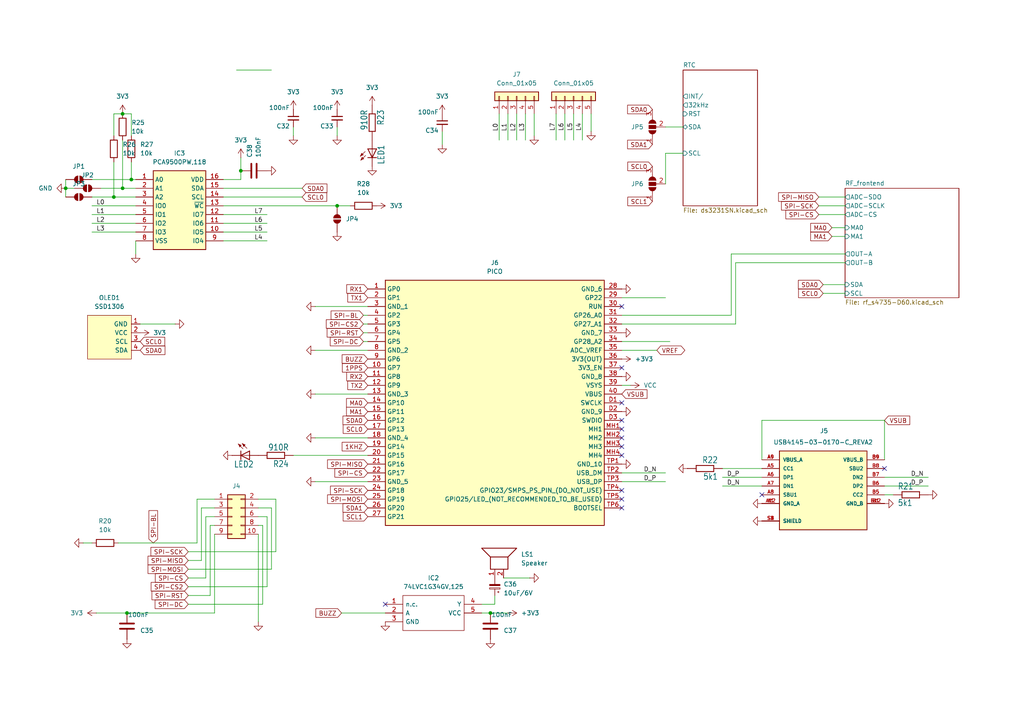
<source format=kicad_sch>
(kicad_sch (version 20231120) (generator "eeschema") (generator_version "8.0")
  (paper "A4")
  (title_block (title "PCSK225 PICO2 SDR  RECEIVER") (date "2025-02-01") (rev "2") (company "KJK INNOVATIONS"))
  (lib_symbols
    (symbol "Connector_Generic:Conn_01x05" (pin_names (offset 1.016) hide)
      (property "Reference" "J" (at 0 7.62 0))
      (property "Value" "Conn_01x05" (at 0 -7.62 0))
      (symbol "Conn_01x05_1_1"
        (pin passive line (at -5.08 5.08 0) (length 3.81) (name "Pin_1") (number "1"))
        (pin passive line (at -5.08 2.54 0) (length 3.81) (name "Pin_2") (number "2"))
        (pin passive line (at -5.08 0 0) (length 3.81) (name "Pin_3") (number "3"))
        (pin passive line (at -5.08 -2.54 0) (length 3.81) (name "Pin_4") (number "4"))
        (pin passive line (at -5.08 -5.08 0) (length 3.81) (name "Pin_5") (number "5"))
      )
    )
    (symbol "Connector_Generic:Conn_02x05_Odd_Even" (pin_names (offset 1.016) hide)
      (property "Reference" "J" (at 1.27 7.62 0))
      (property "Value" "Conn_02x05_Odd_Even" (at 1.27 -7.62 0))
      (symbol "Conn_02x05_Odd_Even_1_1"
        (pin passive line (at -5.08 5.08 0) (length 3.81) (name "Pin_1") (number "1"))
        (pin passive line (at 7.62 -5.08 180) (length 3.81) (name "Pin_10") (number "10"))
        (pin passive line (at 7.62 5.08 180) (length 3.81) (name "Pin_2") (number "2"))
        (pin passive line (at -5.08 2.54 0) (length 3.81) (name "Pin_3") (number "3"))
        (pin passive line (at 7.62 2.54 180) (length 3.81) (name "Pin_4") (number "4"))
        (pin passive line (at -5.08 0 0) (length 3.81) (name "Pin_5") (number "5"))
        (pin passive line (at 7.62 0 180) (length 3.81) (name "Pin_6") (number "6"))
        (pin passive line (at -5.08 -2.54 0) (length 3.81) (name "Pin_7") (number "7"))
        (pin passive line (at 7.62 -2.54 180) (length 3.81) (name "Pin_8") (number "8"))
        (pin passive line (at -5.08 -5.08 0) (length 3.81) (name "Pin_9") (number "9"))
      )
    )
    (symbol "Device:C" (pin_numbers hide) (pin_names (offset 0.254))
      (property "Reference" "C" (at 0.635 2.54 0))
      (property "Value" "C" (at 0.635 -2.54 0))
      (symbol "C_1_1"
        (pin passive line (at 0 3.81 270) (length 2.794) (name "~") (number "1"))
        (pin passive line (at 0 -3.81 90) (length 2.794) (name "~") (number "2"))
      )
    )
    (symbol "Device:C_Polarized_Small" (pin_numbers hide) (pin_names (offset 0.254) hide)
      (property "Reference" "C" (at 0.254 1.778 0))
      (property "Value" "C_Polarized_Small" (at 0.254 -2.032 0))
      (symbol "C_Polarized_Small_1_1"
        (pin passive line (at 0 2.54 270) (length 1.8542) (name "~") (number "1"))
        (pin passive line (at 0 -2.54 90) (length 1.8542) (name "~") (number "2"))
      )
    )
    (symbol "Device:C_Small" (pin_numbers hide) (pin_names (offset 0.254) hide)
      (property "Reference" "C" (at 0.254 1.778 0))
      (property "Value" "C_Small" (at 0.254 -2.032 0))
      (symbol "C_Small_1_1"
        (pin passive line (at 0 2.54 270) (length 2.032) (name "~") (number "1"))
        (pin passive line (at 0 -2.54 90) (length 2.032) (name "~") (number "2"))
      )
    )
    (symbol "Device:R" (pin_numbers hide) (pin_names (offset 0))
      (property "Reference" "R" (at 2.032 0 90))
      (property "Value" "R" (at 0 0 90))
      (symbol "R_1_1"
        (pin passive line (at 0 3.81 270) (length 1.27) (name "~") (number "1"))
        (pin passive line (at 0 -3.81 90) (length 1.27) (name "~") (number "2"))
      )
    )
    (symbol "Device:Speaker" (pin_names (offset 0) hide)
      (property "Reference" "LS" (at 1.27 5.715 0))
      (property "Value" "Speaker" (at 1.27 3.81 0))
      (symbol "Speaker_1_1"
        (pin input line (at -5.08 0 0) (length 2.54) (name "1") (number "1"))
        (pin input line (at -5.08 -2.54 0) (length 2.54) (name "2") (number "2"))
      )
    )
    (symbol "Jumper:SolderJumper_2_Open" (pin_numbers hide) (pin_names (offset 0) hide) (exclude_from_sim yes) (in_bom no)
      (property "Reference" "JP" (at 0 2.032 0))
      (property "Value" "SolderJumper_2_Open" (at 0 -2.54 0))
      (symbol "SolderJumper_2_Open_1_1"
        (pin passive line (at -3.81 0 0) (length 2.54) (name "A") (number "1"))
        (pin passive line (at 3.81 0 180) (length 2.54) (name "B") (number "2"))
      )
    )
    (symbol "Jumper:SolderJumper_3_Open" (pin_names (offset 0) hide) (exclude_from_sim yes) (in_bom no)
      (property "Reference" "JP" (at -2.54 -2.54 0))
      (property "Value" "SolderJumper_3_Open" (at 0 2.794 0))
      (symbol "SolderJumper_3_Open_1_1"
        (pin passive line (at -5.08 0 0) (length 2.54) (name "A") (number "1"))
        (pin passive line (at 0 -3.81 90) (length 2.54) (name "C") (number "2"))
        (pin passive line (at 5.08 0 180) (length 2.54) (name "B") (number "3"))
      )
    )
    (symbol "Samacsys:PCA9500PW,118"
      (property "Reference" "IC" (at 21.59 7.62 0))
      (property "Value" "PCA9500PW,118" (at 21.59 5.08 0))
      (symbol "PCA9500PW,118_1_1"
        (pin passive line (at 0 0 0) (length 5.08) (name "A0") (number "1"))
        (pin passive line (at 25.4 -15.24 180) (length 5.08) (name "IO5") (number "10"))
        (pin passive line (at 25.4 -12.7 180) (length 5.08) (name "IO6") (number "11"))
        (pin passive line (at 25.4 -10.16 180) (length 5.08) (name "IO7") (number "12"))
        (pin passive line (at 25.4 -7.62 180) (length 5.08) (name "~{WC}") (number "13"))
        (pin passive line (at 25.4 -5.08 180) (length 5.08) (name "SCL") (number "14"))
        (pin passive line (at 25.4 -2.54 180) (length 5.08) (name "SDA") (number "15"))
        (pin passive line (at 25.4 0 180) (length 5.08) (name "VDD") (number "16"))
        (pin passive line (at 0 -2.54 0) (length 5.08) (name "A1") (number "2"))
        (pin passive line (at 0 -5.08 0) (length 5.08) (name "A2") (number "3"))
        (pin passive line (at 0 -7.62 0) (length 5.08) (name "IO0") (number "4"))
        (pin passive line (at 0 -10.16 0) (length 5.08) (name "IO1") (number "5"))
        (pin passive line (at 0 -12.7 0) (length 5.08) (name "IO2") (number "6"))
        (pin passive line (at 0 -15.24 0) (length 5.08) (name "IO3") (number "7"))
        (pin passive line (at 0 -17.78 0) (length 5.08) (name "VSS") (number "8"))
        (pin passive line (at 25.4 -17.78 180) (length 5.08) (name "IO4") (number "9"))
      )
    )
    (symbol "Samacsys:USB4145-03-0170-C_REVA2" (pin_names (offset 1.016))
      (property "Reference" "J" (at -12.7 10.922 0))
      (property "Value" "USB4145-03-0170-C_REVA2" (at -12.7 -15.24 0))
      (symbol "USB4145-03-0170-C_REVA2_0_0"
        (pin power_in line (at -17.78 -5.08 0) (length 5.08) (name "GND_A") (number "A1"))
        (pin power_in line (at -17.78 -5.08 0) (length 5.08) (name "GND_A") (number "A12"))
        (pin power_in line (at -17.78 7.62 0) (length 5.08) (name "VBUS_A") (number "A4"))
        (pin bidirectional line (at -17.78 5.08 0) (length 5.08) (name "CC1") (number "A5"))
        (pin bidirectional line (at -17.78 2.54 0) (length 5.08) (name "DP1") (number "A6"))
        (pin bidirectional line (at -17.78 0 0) (length 5.08) (name "DN1") (number "A7"))
        (pin bidirectional line (at -17.78 -2.54 0) (length 5.08) (name "SBU1") (number "A8"))
        (pin power_in line (at -17.78 7.62 0) (length 5.08) (name "VBUS_A") (number "A9"))
        (pin power_in line (at 17.78 -5.08 180) (length 5.08) (name "GND_B") (number "B1"))
        (pin power_in line (at 17.78 -5.08 180) (length 5.08) (name "GND_B") (number "B12"))
        (pin power_in line (at 17.78 7.62 180) (length 5.08) (name "VBUS_B") (number "B4"))
        (pin bidirectional line (at 17.78 -2.54 180) (length 5.08) (name "CC2") (number "B5"))
        (pin bidirectional line (at 17.78 0 180) (length 5.08) (name "DP2") (number "B6"))
        (pin bidirectional line (at 17.78 2.54 180) (length 5.08) (name "DN2") (number "B7"))
        (pin bidirectional line (at 17.78 5.08 180) (length 5.08) (name "SBU2") (number "B8"))
        (pin power_in line (at 17.78 7.62 180) (length 5.08) (name "VBUS_B") (number "B9"))
        (pin passive line (at -17.78 -10.16 0) (length 5.08) (name "SHIELD") (number "S1"))
        (pin passive line (at -17.78 -10.16 0) (length 5.08) (name "SHIELD") (number "S2"))
        (pin passive line (at -17.78 -10.16 0) (length 5.08) (name "SHIELD") (number "S3"))
        (pin passive line (at -17.78 -10.16 0) (length 5.08) (name "SHIELD") (number "S4"))
      )
    )
    (symbol "Samacsys_kicad_sym:PICO"
      (property "Reference" "J" (at 69.85 7.62 0))
      (property "Value" "PICO" (at 69.85 5.08 0))
      (symbol "PICO_1_1"
        (pin passive line (at 0 0 0) (length 5.08) (name "GP0") (number "1"))
        (pin passive line (at 0 -22.86 0) (length 5.08) (name "GP7") (number "10"))
        (pin passive line (at 0 -25.4 0) (length 5.08) (name "GP8") (number "11"))
        (pin passive line (at 0 -27.94 0) (length 5.08) (name "GP9") (number "12"))
        (pin passive line (at 0 -30.48 0) (length 5.08) (name "GND_3") (number "13"))
        (pin passive line (at 0 -33.02 0) (length 5.08) (name "GP10") (number "14"))
        (pin passive line (at 0 -35.56 0) (length 5.08) (name "GP11") (number "15"))
        (pin passive line (at 0 -38.1 0) (length 5.08) (name "GP12") (number "16"))
        (pin passive line (at 0 -40.64 0) (length 5.08) (name "GP13") (number "17"))
        (pin passive line (at 0 -43.18 0) (length 5.08) (name "GND_4") (number "18"))
        (pin passive line (at 0 -45.72 0) (length 5.08) (name "GP14") (number "19"))
        (pin passive line (at 0 -2.54 0) (length 5.08) (name "GP1") (number "2"))
        (pin passive line (at 0 -48.26 0) (length 5.08) (name "GP15") (number "20"))
        (pin passive line (at 0 -50.8 0) (length 5.08) (name "GP16") (number "21"))
        (pin passive line (at 0 -53.34 0) (length 5.08) (name "GP17") (number "22"))
        (pin passive line (at 0 -55.88 0) (length 5.08) (name "GND_5") (number "23"))
        (pin passive line (at 0 -58.42 0) (length 5.08) (name "GP18") (number "24"))
        (pin passive line (at 0 -60.96 0) (length 5.08) (name "GP19") (number "25"))
        (pin passive line (at 0 -63.5 0) (length 5.08) (name "GP20") (number "26"))
        (pin passive line (at 0 -66.04 0) (length 5.08) (name "GP21") (number "27"))
        (pin passive line (at 73.66 0 180) (length 5.08) (name "GND_6") (number "28"))
        (pin passive line (at 73.66 -2.54 180) (length 5.08) (name "GP22") (number "29"))
        (pin passive line (at 0 -5.08 0) (length 5.08) (name "GND_1") (number "3"))
        (pin passive line (at 73.66 -5.08 180) (length 5.08) (name "RUN") (number "30"))
        (pin passive line (at 73.66 -7.62 180) (length 5.08) (name "GP26_A0") (number "31"))
        (pin passive line (at 73.66 -10.16 180) (length 5.08) (name "GP27_A1") (number "32"))
        (pin passive line (at 73.66 -12.7 180) (length 5.08) (name "GND_7") (number "33"))
        (pin passive line (at 73.66 -15.24 180) (length 5.08) (name "GP28_A2") (number "34"))
        (pin passive line (at 73.66 -17.78 180) (length 5.08) (name "ADC_VREF") (number "35"))
        (pin passive line (at 73.66 -20.32 180) (length 5.08) (name "3V3(OUT)") (number "36"))
        (pin passive line (at 73.66 -22.86 180) (length 5.08) (name "3V3_EN") (number "37"))
        (pin passive line (at 73.66 -25.4 180) (length 5.08) (name "GND_8") (number "38"))
        (pin passive line (at 73.66 -27.94 180) (length 5.08) (name "VSYS") (number "39"))
        (pin passive line (at 0 -7.62 0) (length 5.08) (name "GP2") (number "4"))
        (pin passive line (at 73.66 -30.48 180) (length 5.08) (name "VBUS") (number "40"))
        (pin passive line (at 0 -10.16 0) (length 5.08) (name "GP3") (number "5"))
        (pin passive line (at 0 -12.7 0) (length 5.08) (name "GP4") (number "6"))
        (pin passive line (at 0 -15.24 0) (length 5.08) (name "GP5") (number "7"))
        (pin passive line (at 0 -17.78 0) (length 5.08) (name "GND_2") (number "8"))
        (pin passive line (at 0 -20.32 0) (length 5.08) (name "GP6") (number "9"))
        (pin passive line (at 73.66 -33.02 180) (length 5.08) (name "SWCLK") (number "D1"))
        (pin passive line (at 73.66 -35.56 180) (length 5.08) (name "GND_9") (number "D2"))
        (pin passive line (at 73.66 -38.1 180) (length 5.08) (name "SWDIO") (number "D3"))
        (pin passive line (at 73.66 -40.64 180) (length 5.08) (name "MH1") (number "MH1"))
        (pin passive line (at 73.66 -43.18 180) (length 5.08) (name "MH2") (number "MH2"))
        (pin passive line (at 73.66 -45.72 180) (length 5.08) (name "MH3") (number "MH3"))
        (pin passive line (at 73.66 -48.26 180) (length 5.08) (name "MH4") (number "MH4"))
        (pin passive line (at 73.66 -50.8 180) (length 5.08) (name "GND_10") (number "TP1"))
        (pin passive line (at 73.66 -53.34 180) (length 5.08) (name "USB_DM") (number "TP2"))
        (pin passive line (at 73.66 -55.88 180) (length 5.08) (name "USB_DP") (number "TP3"))
        (pin passive line (at 73.66 -58.42 180) (length 5.08) (name "GPIO23/SMPS_PS_PIN_(DO_NOT_USE)") (number "TP4"))
        (pin passive line (at 73.66 -60.96 180) (length 5.08) (name "GPIO25/LED_(NOT_RECOMMENDED_TO_BE_USED)") (number "TP5"))
        (pin passive line (at 73.66 -63.5 180) (length 5.08) (name "BOOTSEL") (number "TP6"))
      )
    )
    (symbol "jkk_display:SSD1306" (pin_names (offset 1.016))
      (property "Reference" "Brd" (at 0 -3.81 0))
      (property "Value" "SSD1306" (at 0 -1.27 0))
      (symbol "SSD1306_1_1"
        (pin input line (at -3.81 8.89 270) (length 2.54) (name "GND") (number "1"))
        (pin input line (at -1.27 8.89 270) (length 2.54) (name "VCC") (number "2"))
        (pin input line (at 1.27 8.89 270) (length 2.54) (name "SCL") (number "3"))
        (pin input line (at 3.81 8.89 270) (length 2.54) (name "SDA") (number "4"))
      )
    )
    (symbol "odb225:74LVC1G34GV,125" (pin_names (offset 0.762))
      (property "Reference" "IC" (at 24.13 7.62 0))
      (property "Value" "74LVC1G34GV,125" (at 24.13 5.08 0))
      (symbol "74LVC1G34GV,125_0_0"
        (pin passive line (at 0 0 0) (length 5.08) (name "n.c.") (number "1"))
        (pin passive line (at 0 -2.54 0) (length 5.08) (name "A") (number "2"))
        (pin passive line (at 0 -5.08 0) (length 5.08) (name "GND") (number "3"))
        (pin passive line (at 27.94 0 180) (length 5.08) (name "Y") (number "4"))
        (pin passive line (at 27.94 -2.54 180) (length 5.08) (name "VCC") (number "5"))
      )
    )
    (symbol "odb225:LEDCHIPLED_0805"
      (property "Reference" "LED" (at 3.556 -4.572 90))
      (symbol "LEDCHIPLED_0805_1_0"
        (pin passive line (at 0 2.54 270) (length 2.54) (name "A") (number "A"))
        (pin passive line (at 0 -5.08 90) (length 2.54) (name "C") (number "C"))
      )
    )
    (symbol "odb225:R-EU_R0603"
      (property "Reference" "R" (at -3.81 1.4986 0))
      (symbol "R-EU_R0603_1_0"
        (pin passive line (at -5.08 0 0) (length 2.54) (name "1") (number "1"))
        (pin passive line (at 5.08 0 180) (length 2.54) (name "2") (number "2"))
      )
    )
    (symbol "odb225:resistor_R-EU_M0805"
      (property "Reference" "R" (at -3.81 1.4986 0))
      (symbol "resistor_R-EU_M0805_1_0"
        (pin passive line (at -5.08 0 0) (length 2.54) (name "1") (number "1"))
        (pin passive line (at 5.08 0 180) (length 2.54) (name "2") (number "2"))
      )
    )
    (symbol "power:+5V" (power) (pin_numbers hide) (pin_names (offset 0) hide)
      (property "Value" "+5V" (at 0 3.556 0))
      (symbol "+5V_1_1"
        (pin power_in line (at 0 0 90) (length 0) (name "~") (number "1"))
      )
    )
    (symbol "power:GND" (power) (pin_numbers hide) (pin_names (offset 0) hide)
      (property "Value" "GND" (at 0 -3.81 0))
      (symbol "GND_1_1"
        (pin power_in line (at 0 0 270) (length 0) (name "~") (number "1"))
      )
    )
    (symbol "power:VCC" (power) (pin_numbers hide) (pin_names (offset 0) hide)
      (property "Value" "VCC" (at 0 3.556 0))
      (symbol "VCC_1_1"
        (pin power_in line (at 0 0 90) (length 0) (name "~") (number "1"))
      )
    )
    (symbol "power:VDD" (power) (pin_numbers hide) (pin_names (offset 0) hide)
      (property "Value" "VDD" (at 0 3.556 0))
      (symbol "VDD_1_1"
        (pin power_in line (at 0 0 90) (length 0) (name "~") (number "1"))
      )
    )
  )
  (junction (at 35.56 54.61))
  (junction (at 36.83 177.8))
  (junction (at 142.24 177.8))
  (junction (at 19.05 54.61))
  (junction (at 38.1 52.07))
  (junction (at 35.56 33.02))
  (junction (at 69.85 49.53))
  (junction (at 33.02 57.15))
  (junction (at 97.79 59.69))
  (no_connect (at 180.34 124.46))
  (no_connect (at 180.34 132.08))
  (no_connect (at 180.34 142.24))
  (no_connect (at 180.34 88.9))
  (no_connect (at 180.34 127))
  (no_connect (at 180.34 121.92))
  (no_connect (at 180.34 106.68))
  (no_connect (at 180.34 147.32))
  (no_connect (at 180.34 116.84))
  (no_connect (at 220.98 143.51))
  (no_connect (at 111.76 175.26))
  (no_connect (at 180.34 144.78))
  (no_connect (at 256.54 135.89))
  (no_connect (at 180.34 129.54))
  (wire (pts (xy 62.23 154.94) (xy 62.23 177.8)))
  (wire (pts (xy 59.69 167.64) (xy 54.61 167.64)))
  (wire (pts (xy 209.55 135.89) (xy 220.98 135.89)))
  (wire (pts (xy 105.41 93.98) (xy 106.68 93.98)))
  (wire (pts (xy 154.94 33.02) (xy 154.94 39.37)))
  (wire (pts (xy 35.56 54.61) (xy 39.37 54.61)))
  (wire (pts (xy 78.74 147.32) (xy 78.74 165.1)))
  (wire (pts (xy 168.91 33.02) (xy 168.91 40.64)))
  (wire (pts (xy 60.96 152.4) (xy 60.96 172.72)))
  (wire (pts (xy 209.55 140.97) (xy 220.98 140.97)))
  (wire (pts (xy 237.49 57.15) (xy 245.11 57.15)))
  (wire (pts (xy 24.13 157.48) (xy 26.67 157.48)))
  (wire (pts (xy 58.42 162.56) (xy 54.61 162.56)))
  (wire (pts (xy 105.41 91.44) (xy 106.68 91.44)))
  (wire (pts (xy 143.51 175.26) (xy 143.51 172.72)))
  (wire (pts (xy 27.94 177.8) (xy 36.83 177.8)))
  (wire (pts (xy 64.77 59.69) (xy 97.79 59.69)))
  (wire (pts (xy 180.34 101.6) (xy 190.5 101.6)))
  (wire (pts (xy 161.29 33.02) (xy 161.29 40.64)))
  (wire (pts (xy 245.11 73.66) (xy 212.09 73.66)))
  (wire (pts (xy 33.02 57.15) (xy 39.37 57.15)))
  (wire (pts (xy 26.67 57.15) (xy 33.02 57.15)))
  (wire (pts (xy 80.01 160.02) (xy 54.61 160.02)))
  (wire (pts (xy 26.67 59.69) (xy 39.37 59.69)))
  (wire (pts (xy 97.79 36.83) (xy 97.79 39.37)))
  (wire (pts (xy 144.78 33.02) (xy 144.78 40.64)))
  (wire (pts (xy 99.06 177.8) (xy 111.76 177.8)))
  (wire (pts (xy 256.54 143.51) (xy 259.08 143.51)))
  (wire (pts (xy 38.1 33.02) (xy 35.56 33.02)))
  (wire (pts (xy 62.23 144.78) (xy 57.15 144.78)))
  (wire (pts (xy 38.1 46.99) (xy 38.1 52.07)))
  (wire (pts (xy 78.74 20.32) (xy 68.58 20.32)))
  (wire (pts (xy 180.34 139.7) (xy 193.04 139.7)))
  (wire (pts (xy 59.69 149.86) (xy 59.69 167.64)))
  (wire (pts (xy 85.09 132.08) (xy 106.68 132.08)))
  (wire (pts (xy 237.49 59.69) (xy 245.11 59.69)))
  (wire (pts (xy 166.37 33.02) (xy 166.37 40.64)))
  (wire (pts (xy 77.47 67.31) (xy 64.77 67.31)))
  (wire (pts (xy 26.67 62.23) (xy 39.37 62.23)))
  (wire (pts (xy 74.93 152.4) (xy 76.2 152.4)))
  (wire (pts (xy 142.24 177.8) (xy 139.7 177.8)))
  (wire (pts (xy 35.56 40.64) (xy 35.56 54.61)))
  (wire (pts (xy 64.77 54.61) (xy 87.63 54.61)))
  (wire (pts (xy 180.34 86.36) (xy 193.04 86.36)))
  (wire (pts (xy 58.42 147.32) (xy 58.42 162.56)))
  (wire (pts (xy 128.27 38.1) (xy 128.27 41.91)))
  (wire (pts (xy 69.85 45.72) (xy 69.85 49.53)))
  (wire (pts (xy 57.15 144.78) (xy 57.15 157.48)))
  (wire (pts (xy 193.04 36.83) (xy 198.12 36.83)))
  (wire (pts (xy 76.2 175.26) (xy 54.61 175.26)))
  (wire (pts (xy 220.98 121.92) (xy 256.54 121.92)))
  (wire (pts (xy 256.54 140.97) (xy 269.24 140.97)))
  (wire (pts (xy 62.23 147.32) (xy 58.42 147.32)))
  (wire (pts (xy 149.86 33.02) (xy 149.86 40.64)))
  (wire (pts (xy 193.04 44.45) (xy 198.12 44.45)))
  (wire (pts (xy 106.68 114.3) (xy 91.44 114.3)))
  (wire (pts (xy 106.68 101.6) (xy 91.44 101.6)))
  (wire (pts (xy 106.68 88.9) (xy 91.44 88.9)))
  (wire (pts (xy 171.45 33.02) (xy 171.45 38.1)))
  (wire (pts (xy 29.21 54.61) (xy 35.56 54.61)))
  (wire (pts (xy 147.32 177.8) (xy 142.24 177.8)))
  (wire (pts (xy 33.02 39.37) (xy 33.02 33.02)))
  (wire (pts (xy 39.37 69.85) (xy 39.37 73.66)))
  (wire (pts (xy 62.23 152.4) (xy 60.96 152.4)))
  (wire (pts (xy 77.47 69.85) (xy 64.77 69.85)))
  (wire (pts (xy 152.4 33.02) (xy 152.4 40.64)))
  (wire (pts (xy 74.93 154.94) (xy 74.93 180.34)))
  (wire (pts (xy 77.47 170.18) (xy 54.61 170.18)))
  (wire (pts (xy 105.41 96.52) (xy 106.68 96.52)))
  (wire (pts (xy 193.04 53.34) (xy 193.04 44.45)))
  (wire (pts (xy 69.85 49.53) (xy 69.85 52.07)))
  (wire (pts (xy 64.77 57.15) (xy 87.63 57.15)))
  (wire (pts (xy 213.36 93.98) (xy 180.34 93.98)))
  (wire (pts (xy 256.54 138.43) (xy 269.24 138.43)))
  (wire (pts (xy 34.29 157.48) (xy 57.15 157.48)))
  (wire (pts (xy 238.76 82.55) (xy 245.11 82.55)))
  (wire (pts (xy 241.3 66.04) (xy 245.11 66.04)))
  (wire (pts (xy 64.77 52.07) (xy 69.85 52.07)))
  (wire (pts (xy 80.01 144.78) (xy 80.01 160.02)))
  (wire (pts (xy 212.09 73.66) (xy 212.09 91.44)))
  (wire (pts (xy 256.54 121.92) (xy 256.54 133.35)))
  (wire (pts (xy 76.2 152.4) (xy 76.2 175.26)))
  (wire (pts (xy 21.59 54.61) (xy 19.05 54.61)))
  (wire (pts (xy 105.41 99.06) (xy 106.68 99.06)))
  (wire (pts (xy 212.09 91.44) (xy 180.34 91.44)))
  (wire (pts (xy 38.1 52.07) (xy 39.37 52.07)))
  (wire (pts (xy 74.93 144.78) (xy 80.01 144.78)))
  (wire (pts (xy 106.68 127) (xy 91.44 127)))
  (wire (pts (xy 54.61 172.72) (xy 60.96 172.72)))
  (wire (pts (xy 241.3 68.58) (xy 245.11 68.58)))
  (wire (pts (xy 182.88 111.76) (xy 180.34 111.76)))
  (wire (pts (xy 209.55 138.43) (xy 220.98 138.43)))
  (wire (pts (xy 180.34 137.16) (xy 193.04 137.16)))
  (wire (pts (xy 74.93 149.86) (xy 77.47 149.86)))
  (wire (pts (xy 237.49 62.23) (xy 245.11 62.23)))
  (wire (pts (xy 77.47 149.86) (xy 77.47 170.18)))
  (wire (pts (xy 163.83 33.02) (xy 163.83 40.64)))
  (wire (pts (xy 153.67 167.64) (xy 146.05 167.64)))
  (wire (pts (xy 213.36 76.2) (xy 213.36 93.98)))
  (wire (pts (xy 78.74 165.1) (xy 54.61 165.1)))
  (wire (pts (xy 220.98 133.35) (xy 220.98 121.92)))
  (wire (pts (xy 19.05 54.61) (xy 19.05 57.15)))
  (wire (pts (xy 147.32 33.02) (xy 147.32 40.64)))
  (wire (pts (xy 139.7 175.26) (xy 143.51 175.26)))
  (wire (pts (xy 74.93 147.32) (xy 78.74 147.32)))
  (wire (pts (xy 77.47 64.77) (xy 64.77 64.77)))
  (wire (pts (xy 33.02 33.02) (xy 35.56 33.02)))
  (wire (pts (xy 26.67 67.31) (xy 39.37 67.31)))
  (wire (pts (xy 36.83 177.8) (xy 62.23 177.8)))
  (wire (pts (xy 85.09 36.83) (xy 85.09 39.37)))
  (wire (pts (xy 38.1 39.37) (xy 38.1 33.02)))
  (wire (pts (xy 106.68 139.7) (xy 91.44 139.7)))
  (wire (pts (xy 26.67 64.77) (xy 39.37 64.77)))
  (wire (pts (xy 62.23 149.86) (xy 59.69 149.86)))
  (wire (pts (xy 180.34 99.06) (xy 194.31 99.06)))
  (wire (pts (xy 40.64 93.98) (xy 50.8 93.98)))
  (wire (pts (xy 33.02 46.99) (xy 33.02 57.15)))
  (wire (pts (xy 19.05 52.07) (xy 19.05 54.61)))
  (wire (pts (xy 97.79 59.69) (xy 101.6 59.69)))
  (wire (pts (xy 245.11 76.2) (xy 213.36 76.2)))
  (wire (pts (xy 77.47 62.23) (xy 64.77 62.23)))
  (wire (pts (xy 238.76 85.09) (xy 245.11 85.09)))
  (wire (pts (xy 26.67 52.07) (xy 38.1 52.07)))
  (label "D_P" (at 186.69 139.7 0))
  (label "L0" (at 27.94 59.69 0))
  (label "L0" (at 144.78 38.1 90))
  (label "D_P" (at 210.82 138.43 0))
  (label "L1" (at 27.94 62.23 0))
  (label "L5" (at 166.37 35.56 270))
  (label "D_N" (at 186.69 137.16 0))
  (label "D_N" (at 210.82 140.97 0))
  (label "L5" (at 76.2 67.31 180))
  (label "L2" (at 27.94 64.77 0))
  (label "L2" (at 149.86 38.1 90))
  (label "L6" (at 163.83 35.56 270))
  (label "L7" (at 161.29 35.56 270))
  (label "L7" (at 76.2 62.23 180))
  (label "L3" (at 27.94 67.31 0))
  (label "L3" (at 152.4 38.1 90))
  (label "L4" (at 168.91 35.56 270))
  (label "L6" (at 76.2 64.77 180))
  (label "L4" (at 76.2 69.85 180))
  (label "D_P" (at 264.16 140.97 0))
  (label "D_N" (at 264.16 138.43 0))
  (label "L1" (at 147.32 38.1 90))
  (global_label "SPI-RST" (shape input) (at 105.41 96.52 180) (property "Intersheetrefs" "${INTERSHEET_REFS}" (effects (hide yes))))
  (global_label "SCL0" (shape input) (at 189.23 48.26 180) (property "Intersheetrefs" "${INTERSHEET_REFS}" (effects (hide yes))))
  (global_label "TX2" (shape input) (at 106.68 111.76 180) (property "Intersheetrefs" "${INTERSHEET_REFS}" (effects (hide yes))))
  (global_label "MA1" (shape input) (at 106.68 119.38 180) (property "Intersheetrefs" "${INTERSHEET_REFS}" (effects (hide yes))))
  (global_label "SCL0" (shape input) (at 106.68 124.46 180) (property "Intersheetrefs" "${INTERSHEET_REFS}" (effects (hide yes))))
  (global_label "SDA1" (shape input) (at 106.68 147.32 180) (property "Intersheetrefs" "${INTERSHEET_REFS}" (effects (hide yes))))
  (global_label "SCL0" (shape input) (at 40.64 99.06 0) (property "Intersheetrefs" "${INTERSHEET_REFS}" (effects (hide yes))))
  (global_label "SPI-MISO" (shape input) (at 237.49 57.15 180) (property "Intersheetrefs" "${INTERSHEET_REFS}" (effects (hide yes))))
  (global_label "VREF" (shape bidirectional) (at 190.5 101.6 0) (property "Intersheetrefs" "${INTERSHEET_REFS}" (effects (hide yes))))
  (global_label "SPI-MISO" (shape input) (at 106.68 134.62 180) (property "Intersheetrefs" "${INTERSHEET_REFS}" (effects (hide yes))))
  (global_label "SDA0" (shape input) (at 106.68 121.92 180) (property "Intersheetrefs" "${INTERSHEET_REFS}" (effects (hide yes))))
  (global_label "RX1" (shape input) (at 106.68 83.82 180) (property "Intersheetrefs" "${INTERSHEET_REFS}" (effects (hide yes))))
  (global_label "SPI-CS" (shape input) (at 237.49 62.23 180) (property "Intersheetrefs" "${INTERSHEET_REFS}" (effects (hide yes))))
  (global_label "SPI-RST" (shape input) (at 54.61 172.72 180) (property "Intersheetrefs" "${INTERSHEET_REFS}" (effects (hide yes))))
  (global_label "RX2" (shape input) (at 106.68 109.22 180) (property "Intersheetrefs" "${INTERSHEET_REFS}" (effects (hide yes))))
  (global_label "SPI-BL" (shape input) (at 105.41 91.44 180) (property "Intersheetrefs" "${INTERSHEET_REFS}" (effects (hide yes))))
  (global_label "VSUB" (shape input) (at 180.34 114.3 0) (property "Intersheetrefs" "${INTERSHEET_REFS}" (effects (hide yes))))
  (global_label "SPI-CS" (shape input) (at 106.68 137.16 180) (property "Intersheetrefs" "${INTERSHEET_REFS}" (effects (hide yes))))
  (global_label "SDA0" (shape input) (at 40.64 101.6 0) (property "Intersheetrefs" "${INTERSHEET_REFS}" (effects (hide yes))))
  (global_label "VSUB" (shape input) (at 256.54 121.92 0) (property "Intersheetrefs" "${INTERSHEET_REFS}" (effects (hide yes))))
  (global_label "SPI-SCK" (shape input) (at 54.61 160.02 180) (property "Intersheetrefs" "${INTERSHEET_REFS}" (effects (hide yes))))
  (global_label "1KHZ" (shape input) (at 106.68 129.54 180) (property "Intersheetrefs" "${INTERSHEET_REFS}" (effects (hide yes))))
  (global_label "SPI-CS2" (shape input) (at 54.61 170.18 180) (property "Intersheetrefs" "${INTERSHEET_REFS}" (effects (hide yes))))
  (global_label "SPI-DC" (shape input) (at 54.61 175.26 180) (property "Intersheetrefs" "${INTERSHEET_REFS}" (effects (hide yes))))
  (global_label "SPI-SCK" (shape input) (at 106.68 142.24 180) (property "Intersheetrefs" "${INTERSHEET_REFS}" (effects (hide yes))))
  (global_label "BUZZ" (shape input) (at 106.68 104.14 180) (property "Intersheetrefs" "${INTERSHEET_REFS}" (effects (hide yes))))
  (global_label "BUZZ" (shape input) (at 99.06 177.8 180) (property "Intersheetrefs" "${INTERSHEET_REFS}" (effects (hide yes))))
  (global_label "SPI-SCK" (shape input) (at 237.49 59.69 180) (property "Intersheetrefs" "${INTERSHEET_REFS}" (effects (hide yes))))
  (global_label "MA1" (shape input) (at 241.3 68.58 180) (property "Intersheetrefs" "${INTERSHEET_REFS}" (effects (hide yes))))
  (global_label "SDA0" (shape input) (at 87.63 54.61 0) (property "Intersheetrefs" "${INTERSHEET_REFS}" (effects (hide yes))))
  (global_label "SCL1" (shape input) (at 189.23 58.42 180) (property "Intersheetrefs" "${INTERSHEET_REFS}" (effects (hide yes))))
  (global_label "SDA0" (shape input) (at 189.23 31.75 180) (property "Intersheetrefs" "${INTERSHEET_REFS}" (effects (hide yes))))
  (global_label "SCL1" (shape input) (at 106.68 149.86 180) (property "Intersheetrefs" "${INTERSHEET_REFS}" (effects (hide yes))))
  (global_label "SCL0" (shape input) (at 238.76 85.09 180) (property "Intersheetrefs" "${INTERSHEET_REFS}" (effects (hide yes))))
  (global_label "1PPS" (shape input) (at 106.68 106.68 180) (property "Intersheetrefs" "${INTERSHEET_REFS}" (effects (hide yes))))
  (global_label "MA0" (shape input) (at 106.68 116.84 180) (property "Intersheetrefs" "${INTERSHEET_REFS}" (effects (hide yes))))
  (global_label "SCL0" (shape input) (at 87.63 57.15 0) (property "Intersheetrefs" "${INTERSHEET_REFS}" (effects (hide yes))))
  (global_label "SPI-BL" (shape input) (at 44.45 157.48 90) (property "Intersheetrefs" "${INTERSHEET_REFS}" (effects (hide yes))))
  (global_label "SPI-MISO" (shape input) (at 54.61 162.56 180) (property "Intersheetrefs" "${INTERSHEET_REFS}" (effects (hide yes))))
  (global_label "SPI-DC" (shape input) (at 105.41 99.06 180) (property "Intersheetrefs" "${INTERSHEET_REFS}" (effects (hide yes))))
  (global_label "SPI-CS2" (shape input) (at 105.41 93.98 180) (property "Intersheetrefs" "${INTERSHEET_REFS}" (effects (hide yes))))
  (global_label "SDA0" (shape input) (at 238.76 82.55 180) (property "Intersheetrefs" "${INTERSHEET_REFS}" (effects (hide yes))))
  (global_label "SPI-CS" (shape input) (at 54.61 167.64 180) (property "Intersheetrefs" "${INTERSHEET_REFS}" (effects (hide yes))))
  (global_label "SPI-MOSI" (shape input) (at 106.68 144.78 180) (property "Intersheetrefs" "${INTERSHEET_REFS}" (effects (hide yes))))
  (global_label "SDA1" (shape input) (at 189.23 41.91 180) (property "Intersheetrefs" "${INTERSHEET_REFS}" (effects (hide yes))))
  (global_label "SPI-MOSI" (shape input) (at 54.61 165.1 180) (property "Intersheetrefs" "${INTERSHEET_REFS}" (effects (hide yes))))
  (global_label "TX1" (shape input) (at 106.68 86.36 180) (property "Intersheetrefs" "${INTERSHEET_REFS}" (effects (hide yes))))
  (global_label "MA0" (shape input) (at 241.3 66.04 180) (property "Intersheetrefs" "${INTERSHEET_REFS}" (effects (hide yes))))
  (symbol (lib_id "Device:R") (at 35.56 36.83 0) (unit 1)
    (property "Reference" "R25" (at 38.1 35.5599 0) (effects (justify left)))
    (property "Value" "10k" (at 38.1 38.0999 0) (effects (justify left)))
    (property "Footprint" "Resistor_SMD:R_0603_1608Metric_Pad0.98x0.95mm_HandSolder" (effects (hide yes)))
    (property "Description" "Resistor" (effects (hide yes)))
  )
  (symbol (lib_id "odb225:resistor_R-EU_M0805") (at 264.16 143.51 0) (unit 1)
    (property "Reference" "R21" (at 260.35 142.0114 0) (effects (font (size 1.778 1.5113)) (justify left bottom)))
    (property "Value" "5k1" (at 260.35 146.812 0) (effects (font (size 1.778 1.5113)) (justify left bottom)))
    (property "Footprint" "Resistor_SMD:R_0603_1608Metric_Pad0.98x0.95mm_HandSolder" (effects (hide yes)))
  )
  (symbol (lib_id "Samacsys:PCA9500PW,118") (at 39.37 52.07 0) (unit 1)
    (property "Reference" "IC3" (at 52.07 44.45 0))
    (property "Value" "PCA9500PW,118" (at 52.07 46.99 0))
    (property "Footprint" "Samacsys:SOP65P640X110-16N" (effects (hide yes)))
    (property "Datasheet" "http://www.nxp.com/docs/en/data-sheet/PCA9500.pdf" (effects (hide yes)))
    (property "Description" "8-bit I2C-bus and SMBus I/O port with 2-kbit EEPROM" (effects (hide yes)))
    (property "Height" "1.1" (effects (hide yes)))
    (property "Mouser Part Number" "771-PCA9500PW-T" (effects (hide yes)))
    (property "Mouser Price/Stock" "https://www.mouser.co.uk/ProductDetail/NXP-Semiconductors/PCA9500PW118?qs=LOCUfHb8d9vnbE6vre%2Fvzw%3D%3D" (effects (hide yes)))
    (property "Manufacturer_Name" "NXP" (effects (hide yes)))
    (property "Manufacturer_Part_Number" "PCA9500PW,118" (effects (hide yes)))
  )
  (symbol (lib_id "odb225:R-EU_R0603") (at 107.95 35.56 270) (unit 1)
    (property "Reference" "R23" (at 109.4486 31.75 0) (effects (font (size 1.778 1.5113)) (justify left bottom)))
    (property "Value" "910R" (at 104.648 31.75 0) (effects (font (size 1.778 1.5113)) (justify left bottom)))
    (property "Footprint" "Resistor_SMD:R_0603_1608Metric_Pad0.98x0.95mm_HandSolder" (effects (hide yes)))
    (property "Description" "RESISTOR, European symbol" (effects (hide yes)))
  )
  (symbol (lib_id "Connector_Generic:Conn_01x05") (at 166.37 27.94 90) (unit 1)
    (property "Reference" "Connector_PinHeader_2.54mm:PinHeader_1x05_P2.54mm_Vertical1" (effects (hide yes)))
    (property "Value" "Conn_01x05" (at 166.37 24.13 90))
    (property "Footprint" "Connector_PinHeader_2.54mm:PinHeader_1x05_P2.54mm_Vertical" (effects (hide yes)))
    (property "Description" "Generic connector, single row, 01x05, script generated (kicad-library-utils/schlib/autogen/connector/)" (effects (hide yes)))
  )
  (symbol (lib_id "power:GND") (at 180.34 96.52 90) (unit 1)
    (property "Reference" "#PWR051" (effects (hide yes)))
    (property "Value" "GND" (effects (hide yes)))
    (property "Description" "Power symbol creates a global label with name \"GND\" , ground" (effects (hide yes)))
  )
  (symbol (lib_id "power:GND") (at 269.24 143.51 90) (unit 1)
    (property "Reference" "#PWR063" (effects (hide yes)))
    (property "Value" "GND" (effects (hide yes)))
    (property "Description" "Power symbol creates a global label with name \"GND\" , ground" (effects (hide yes)))
  )
  (symbol (lib_id "power:GND") (at 142.24 185.42 0) (unit 1)
    (property "Reference" "#PWR067" (effects (hide yes)))
    (property "Value" "GND" (effects (hide yes)))
    (property "Description" "Power symbol creates a global label with name \"GND\" , ground" (effects (hide yes)))
  )
  (symbol (lib_id "power:GND") (at 39.37 73.66 0) (unit 1)
    (property "Reference" "#PWR071" (effects (hide yes)))
    (property "Value" "GND" (effects (hide yes)))
    (property "Description" "Power symbol creates a global label with name \"GND\" , ground" (effects (hide yes)))
  )
  (symbol (lib_id "power:GND") (at 220.98 146.05 270) (mirror x) (unit 1)
    (property "Reference" "#PWR032" (effects (hide yes)))
    (property "Value" "GND" (effects (hide yes)))
    (property "Description" "Power symbol creates a global label with name \"GND\" , ground" (effects (hide yes)))
  )
  (symbol (lib_id "power:GND") (at 85.09 39.37 0) (mirror y) (unit 1)
    (property "Reference" "#PWR035" (effects (hide yes)))
    (property "Value" "GND" (effects (hide yes)))
    (property "Description" "Power symbol creates a global label with name \"GND\" , ground" (effects (hide yes)))
  )
  (symbol (lib_id "power:GND") (at 171.45 38.1 0) (mirror y) (unit 1)
    (property "Reference" "#PWR074" (effects (hide yes)))
    (property "Value" "GND" (effects (hide yes)))
    (property "Description" "Power symbol creates a global label with name \"GND\" , ground" (effects (hide yes)))
  )
  (symbol (lib_id "Device:R") (at 33.02 43.18 0) (unit 1)
    (property "Reference" "R26" (at 35.56 41.9099 0) (effects (justify left)))
    (property "Value" "10k" (at 35.56 44.4499 0) (effects (justify left)))
    (property "Footprint" "Resistor_SMD:R_0603_1608Metric_Pad0.98x0.95mm_HandSolder" (effects (hide yes)))
    (property "Description" "Resistor" (effects (hide yes)))
  )
  (symbol (lib_id "power:GND") (at 97.79 67.31 0) (unit 1)
    (property "Reference" "#PWR073" (effects (hide yes)))
    (property "Value" "GND" (effects (hide yes)))
    (property "Description" "Power symbol creates a global label with name \"GND\" , ground" (effects (hide yes)))
  )
  (symbol (lib_id "power:GND") (at 91.44 101.6 270) (unit 1)
    (property "Reference" "#PWR052" (effects (hide yes)))
    (property "Value" "GND" (effects (hide yes)))
    (property "Description" "Power symbol creates a global label with name \"GND\" , ground" (effects (hide yes)))
  )
  (symbol (lib_id "odb225:LEDCHIPLED_0805") (at 107.95 43.18 0) (unit 1)
    (property "Reference" "LED1" (at 111.506 47.752 90) (effects (font (size 1.778 1.5113)) (justify left bottom)))
    (property "Value" "LEDCHIPLED_0805" (effects (hide yes)))
    (property "Footprint" "odb225:CHIP-LED0805" (effects (hide yes)))
  )
  (symbol (lib_id "power:GND") (at 91.44 139.7 270) (unit 1)
    (property "Reference" "#PWR060" (effects (hide yes)))
    (property "Value" "GND" (effects (hide yes)))
    (property "Description" "Power symbol creates a global label with name \"GND\" , ground" (effects (hide yes)))
  )
  (symbol (lib_id "power:VCC") (at 182.88 111.76 270) (unit 1)
    (property "Reference" "#PWR055" (effects (hide yes)))
    (property "Value" "VCC" (at 186.69 111.7599 90) (effects (justify left)))
    (property "Description" "Power symbol creates a global label with name \"VCC\"" (effects (hide yes)))
  )
  (symbol (lib_id "Device:R") (at 38.1 43.18 0) (unit 1)
    (property "Reference" "R27" (at 40.64 41.9099 0) (effects (justify left)))
    (property "Value" "10k" (at 40.64 44.4499 0) (effects (justify left)))
    (property "Footprint" "Resistor_SMD:R_0603_1608Metric_Pad0.98x0.95mm_HandSolder" (effects (hide yes)))
    (property "Description" "Resistor" (effects (hide yes)))
  )
  (symbol (lib_id "power:+5V") (at 147.32 177.8 270) (unit 1)
    (property "Reference" "#PWR065" (effects (hide yes)))
    (property "Value" "+3V3" (at 151.13 177.7999 90) (effects (justify left)))
    (property "Description" "Power symbol creates a global label with name \"+5V\"" (effects (hide yes)))
  )
  (symbol (lib_id "power:GND") (at 154.94 39.37 0) (mirror y) (unit 1)
    (property "Reference" "#PWR034" (effects (hide yes)))
    (property "Value" "GND" (effects (hide yes)))
    (property "Description" "Power symbol creates a global label with name \"GND\" , ground" (effects (hide yes)))
  )
  (symbol (lib_id "power:+5V") (at 85.09 31.75 0) (mirror y) (unit 1)
    (property "Reference" "#PWR036" (effects (hide yes)))
    (property "Value" "3V3" (at 85.09 26.67 0))
    (property "Description" "Power symbol creates a global label with name \"+5V\"" (effects (hide yes)))
  )
  (symbol (lib_id "Jumper:SolderJumper_2_Open") (at 25.4 54.61 180) (unit 1) (exclude_from_sim yes) (in_bom no)
    (property "Reference" "JP2" (at 25.4 50.8 0))
    (property "Value" "SolderJumper_2_Open" (effects (hide yes)))
    (property "Footprint" "Jumper:SolderJumper-2_P1.3mm_Open_RoundedPad1.0x1.5mm" (effects (hide yes)))
    (property "Description" "Solder Jumper, 2-pole, open" (effects (hide yes)))
  )
  (symbol (lib_id "jkk_display:SSD1306") (at 31.75 97.79 270) (unit 1)
    (property "Reference" "OLED1" (at 31.75 86.36 90))
    (property "Value" "SSD1306" (at 31.75 88.9 90))
    (property "Footprint" "jkk_display:128x64OLED" (effects (hide yes)))
    (property "Description" "SSD1306 OLED" (effects (hide yes)))
  )
  (symbol (lib_id "power:+5V") (at 27.94 177.8 90) (unit 1)
    (property "Reference" "#PWR031" (effects (hide yes)))
    (property "Value" "3V3" (at 24.13 177.7999 90) (effects (justify left)))
    (property "Description" "Power symbol creates a global label with name \"+5V\"" (effects (hide yes)))
  )
  (symbol (lib_id "Samacsys:USB4145-03-0170-C_REVA2") (at 238.76 140.97 0) (unit 1)
    (property "Reference" "J5" (at 239.014 124.968 0))
    (property "Value" "USB4145-03-0170-C_REVA2" (at 238.76 128.27 0))
    (property "Footprint" "Samacsys:GCT_USB4145-03-0170-C_REVA2" (effects (hide yes)))
    (property "MF" "Global Connector Technology" (effects (hide yes)))
    (property "MAXIMUM_PACKAGE_HEIGHT" "7.66mm" (effects (hide yes)))
    (property "Package" "None" (effects (hide yes)))
    (property "Price" "None" (effects (hide yes)))
    (property "Check_prices" "https://www.snapeda.com/parts/USB4145-03-0170-C/Global+Connector+Technology/view-part/?ref=eda" (effects (hide yes)))
    (property "STANDARD" "Manufacturer Recommendations" (effects (hide yes)))
    (property "PARTREV" "A2" (effects (hide yes)))
    (property "SnapEDA_Link" "https://www.snapeda.com/parts/USB4145-03-0170-C/Global+Connector+Technology/view-part/?ref=snap" (effects (hide yes)))
    (property "MP" "USB4145-03-0170-C" (effects (hide yes)))
    (property "Purchase-URL" "https://www.snapeda.com/api/url_track_click_mouser/?unipart_id=11842422&manufacturer=Global Connector Technology&part_name=USB4145-03-0170-C&search_term=usb4145-03-0170" (effects (hide yes)))
    (property "Description_1" "\nType C USB 2.0 Connector\n" (effects (hide yes)))
    (property "MANUFACTURER" "GCT" (effects (hide yes)))
    (property "Availability" "In Stock" (effects (hide yes)))
    (property "SNAPEDA_PN" "USB4145-03-0170-C" (effects (hide yes)))
  )
  (symbol (lib_id "power:VDD") (at 35.56 33.02 0) (unit 1)
    (property "Reference" "#PWR045" (effects (hide yes)))
    (property "Value" "3V3" (at 35.56 27.94 0))
    (property "Description" "Power symbol creates a global label with name \"VDD\"" (effects (hide yes)))
  )
  (symbol (lib_id "power:+5V") (at 97.79 31.75 0) (mirror y) (unit 1)
    (property "Reference" "#PWR037" (effects (hide yes)))
    (property "Value" "3V3" (at 97.79 26.67 0))
    (property "Description" "Power symbol creates a global label with name \"+5V\"" (effects (hide yes)))
  )
  (symbol (lib_id "Device:Speaker") (at 143.51 162.56 90) (unit 1)
    (property "Reference" "LS1" (at 151.13 160.7819 90) (effects (justify right)))
    (property "Value" "Speaker" (at 151.13 163.3219 90) (effects (justify right)))
    (property "Footprint" "Connector_PinSocket_2.54mm:PinSocket_1x02_P2.54mm_Vertical" (effects (hide yes)))
    (property "Description" "Speaker" (effects (hide yes)))
  )
  (symbol (lib_id "power:+5V") (at 109.22 59.69 270) (mirror x) (unit 1)
    (property "Reference" "#PWR072" (effects (hide yes)))
    (property "Value" "3V3" (at 113.03 59.6899 90) (effects (justify left)))
    (property "Description" "Power symbol creates a global label with name \"+5V\"" (effects (hide yes)))
  )
  (symbol (lib_id "power:GND") (at 199.39 135.89 270) (mirror x) (unit 1)
    (property "Reference" "#PWR064" (effects (hide yes)))
    (property "Value" "GND" (effects (hide yes)))
    (property "Description" "Power symbol creates a global label with name \"GND\" , ground" (effects (hide yes)))
  )
  (symbol (lib_id "Device:C") (at 73.66 49.53 90) (unit 1)
    (property "Reference" "C38" (at 72.3899 45.72 0) (effects (justify left)))
    (property "Value" "100nF" (at 74.9299 45.72 0) (effects (justify left)))
    (property "Footprint" "Capacitor_SMD:C_0603_1608Metric_Pad1.08x0.95mm_HandSolder" (effects (hide yes)))
    (property "Description" "Unpolarized capacitor" (effects (hide yes)))
  )
  (symbol (lib_id "power:VDD") (at 69.85 45.72 0) (unit 1)
    (property "Reference" "#PWR046" (effects (hide yes)))
    (property "Value" "3V3" (at 69.85 40.64 0))
    (property "Description" "Power symbol creates a global label with name \"VDD\"" (effects (hide yes)))
  )
  (symbol (lib_id "power:GND") (at 91.44 88.9 270) (unit 1)
    (property "Reference" "#PWR050" (effects (hide yes)))
    (property "Value" "GND" (effects (hide yes)))
    (property "Description" "Power symbol creates a global label with name \"GND\" , ground" (effects (hide yes)))
  )
  (symbol (lib_id "Device:C_Small") (at 97.79 34.29 0) (unit 1)
    (property "Reference" "C33" (at 96.774 36.576 0) (effects (justify right)))
    (property "Value" "100nF" (at 96.774 31.242 0) (effects (justify right)))
    (property "Footprint" "Capacitor_SMD:C_0603_1608Metric_Pad1.08x0.95mm_HandSolder" (effects (hide yes)))
    (property "Description" "Unpolarized capacitor, small symbol" (effects (hide yes)))
  )
  (symbol (lib_id "Device:C") (at 36.83 181.61 0) (mirror x) (unit 1)
    (property "Reference" "C35" (at 40.64 182.8801 0) (effects (justify left)))
    (property "Value" "100nF" (at 37.084 178.308 0) (effects (justify left)))
    (property "Footprint" "Capacitor_SMD:C_0603_1608Metric_Pad1.08x0.95mm_HandSolder" (effects (hide yes)))
    (property "Description" "Unpolarized capacitor" (effects (hide yes)))
  )
  (symbol (lib_id "power:GND") (at 91.44 127 270) (unit 1)
    (property "Reference" "#PWR058" (effects (hide yes)))
    (property "Value" "GND" (effects (hide yes)))
    (property "Description" "Power symbol creates a global label with name \"GND\" , ground" (effects (hide yes)))
  )
  (symbol (lib_id "power:GND") (at 111.76 180.34 0) (unit 1)
    (property "Reference" "#PWR066" (effects (hide yes)))
    (property "Value" "GND" (effects (hide yes)))
    (property "Description" "Power symbol creates a global label with name \"GND\" , ground" (effects (hide yes)))
  )
  (symbol (lib_id "Jumper:SolderJumper_3_Open") (at 189.23 53.34 90) (unit 1) (exclude_from_sim yes) (in_bom no)
    (property "Reference" "JP6" (at 186.69 53.3399 90) (effects (justify left)))
    (property "Value" "SolderJumper_3_Open" (effects (hide yes)))
    (property "Footprint" "Jumper:SolderJumper-3_P1.3mm_Open_RoundedPad1.0x1.5mm" (effects (hide yes)))
    (property "Description" "Solder Jumper, 3-pole, open" (effects (hide yes)))
  )
  (symbol (lib_id "odb225:74LVC1G34GV,125") (at 111.76 175.26 0) (unit 1)
    (property "Reference" "IC2" (at 125.73 167.64 0))
    (property "Value" "74LVC1G34GV,125" (at 125.73 170.18 0))
    (property "Footprint" "SOT95P275X110-5N" (effects (hide yes)))
    (property "Datasheet" "https://assets.nexperia.com/documents/data-sheet/74LVC1G34.pdf" (effects (hide yes)))
    (property "Description" "74LVC1G34 - Single buffer@en-us" (effects (hide yes)))
    (property "Height" "1.1" (effects (hide yes)))
    (property "Manufacturer_Name" "Nexperia" (effects (hide yes)))
    (property "Manufacturer_Part_Number" "74LVC1G34GV,125" (effects (hide yes)))
    (property "Mouser Part Number" "771-LVC1G34GV125" (effects (hide yes)))
    (property "Mouser Price/Stock" "https://www.mouser.co.uk/ProductDetail/Nexperia/74LVC1G34GV125?qs=me8TqzrmIYWVUgDJNorjKA%3D%3D" (effects (hide yes)))
    (property "Arrow Part Number" "74LVC1G34GV,125" (effects (hide yes)))
    (property "Arrow Price/Stock" "https://www.arrow.com/en/products/74lvc1g34gv125/nexperia?region=europe" (effects (hide yes)))
  )
  (symbol (lib_id "Connector_Generic:Conn_01x05") (at 149.86 27.94 90) (unit 1)
    (property "Reference" "J7" (at 149.86 21.59 90))
    (property "Value" "Conn_01x05" (at 149.86 24.13 90))
    (property "Footprint" "Connector_PinHeader_2.54mm:PinHeader_1x05_P2.54mm_Vertical" (effects (hide yes)))
    (property "Description" "Generic connector, single row, 01x05, script generated (kicad-library-utils/schlib/autogen/connector/)" (effects (hide yes)))
  )
  (symbol (lib_id "power:GND") (at 50.8 93.98 90) (mirror x) (unit 1)
    (property "Reference" "#PWR042" (effects (hide yes)))
    (property "Value" "GND" (effects (hide yes)))
    (property "Description" "Power symbol creates a global label with name \"GND\" , ground" (effects (hide yes)))
  )
  (symbol (lib_id "power:+5V") (at 180.34 104.14 270) (mirror x) (unit 1)
    (property "Reference" "#PWR053" (effects (hide yes)))
    (property "Value" "+3V3" (at 184.15 104.1399 90) (effects (justify left)))
    (property "Description" "Power symbol creates a global label with name \"+5V\"" (effects (hide yes)))
  )
  (symbol (lib_id "Jumper:SolderJumper_3_Open") (at 189.23 36.83 90) (unit 1) (exclude_from_sim yes) (in_bom no)
    (property "Reference" "JP5" (at 186.69 36.8299 90) (effects (justify left)))
    (property "Value" "SolderJumper_3_Open" (effects (hide yes)))
    (property "Footprint" "Jumper:SolderJumper-3_P1.3mm_Open_RoundedPad1.0x1.5mm" (effects (hide yes)))
    (property "Description" "Solder Jumper, 3-pole, open" (effects (hide yes)))
  )
  (symbol (lib_id "Device:C_Polarized_Small") (at 143.51 170.18 180) (unit 1)
    (property "Reference" "C36" (at 146.05 169.456 0) (effects (justify right)))
    (property "Value" "10uF/6V" (at 146.05 171.996 0) (effects (justify right)))
    (property "Footprint" "Capacitor_SMD:C_0805_2012Metric_Pad1.18x1.45mm_HandSolder" (effects (hide yes)))
    (property "Description" "Polarized capacitor, small symbol" (effects (hide yes)))
  )
  (symbol (lib_id "power:GND") (at 180.34 83.82 90) (unit 1)
    (property "Reference" "#PWR049" (effects (hide yes)))
    (property "Value" "GND" (effects (hide yes)))
    (property "Description" "Power symbol creates a global label with name \"GND\" , ground" (effects (hide yes)))
  )
  (symbol (lib_id "power:GND") (at 220.98 151.13 270) (mirror x) (unit 1)
    (property "Reference" "#PWR062" (effects (hide yes)))
    (property "Value" "GND" (effects (hide yes)))
    (property "Description" "Power symbol creates a global label with name \"GND\" , ground" (effects (hide yes)))
  )
  (symbol (lib_id "Jumper:SolderJumper_2_Open") (at 22.86 57.15 180) (unit 1) (exclude_from_sim yes) (in_bom no)
    (property "Reference" "JP3" (at 22.86 53.34 0))
    (property "Value" "SolderJumper_2_Open" (effects (hide yes)))
    (property "Footprint" "Jumper:SolderJumper-2_P1.3mm_Open_RoundedPad1.0x1.5mm" (effects (hide yes)))
    (property "Description" "Solder Jumper, 2-pole, open" (effects (hide yes)))
  )
  (symbol (lib_id "power:GND") (at 180.34 119.38 90) (unit 1)
    (property "Reference" "#PWR057" (effects (hide yes)))
    (property "Value" "GND" (effects (hide yes)))
    (property "Description" "Power symbol creates a global label with name \"GND\" , ground" (effects (hide yes)))
  )
  (symbol (lib_id "Connector_Generic:Conn_02x05_Odd_Even") (at 67.31 149.86 0) (unit 1)
    (property "Reference" "J4" (at 68.58 140.97 0))
    (property "Value" "Conn_02x05_Odd_Even" (effects (hide yes)))
    (property "Footprint" "Connector_PinHeader_2.54mm:PinHeader_2x05_P2.54mm_Vertical" (effects (hide yes)))
    (property "Description" "Generic connector, double row, 02x05, odd/even pin numbering scheme (row 1 odd numbers, row 2 even numbers), script generated (kicad-library-utils/schlib/autogen/connector/)" (effects (hide yes)))
  )
  (symbol (lib_id "power:GND") (at 77.47 49.53 90) (unit 1)
    (property "Reference" "#PWR047" (effects (hide yes)))
    (property "Value" "GND" (effects (hide yes)))
    (property "Description" "Power symbol creates a global label with name \"GND\" , ground" (effects (hide yes)))
  )
  (symbol (lib_id "Device:C") (at 142.24 181.61 0) (mirror x) (unit 1)
    (property "Reference" "C37" (at 146.05 182.8801 0) (effects (justify left)))
    (property "Value" "100nF" (at 142.494 178.308 0) (effects (justify left)))
    (property "Footprint" "Capacitor_SMD:C_0603_1608Metric_Pad1.08x0.95mm_HandSolder" (effects (hide yes)))
    (property "Description" "Unpolarized capacitor" (effects (hide yes)))
  )
  (symbol (lib_id "odb225:R-EU_R0603") (at 80.01 132.08 180) (unit 1)
    (property "Reference" "R24" (at 83.82 133.5786 0) (effects (font (size 1.778 1.5113)) (justify left bottom)))
    (property "Value" "910R" (at 83.82 128.778 0) (effects (font (size 1.778 1.5113)) (justify left bottom)))
    (property "Footprint" "Resistor_SMD:R_0603_1608Metric_Pad0.98x0.95mm_HandSolder" (effects (hide yes)))
    (property "Description" "RESISTOR, European symbol" (effects (hide yes)))
  )
  (symbol (lib_id "power:GND") (at 180.34 134.62 90) (unit 1)
    (property "Reference" "#PWR059" (effects (hide yes)))
    (property "Value" "GND" (effects (hide yes)))
    (property "Description" "Power symbol creates a global label with name \"GND\" , ground" (effects (hide yes)))
  )
  (symbol (lib_id "power:GND") (at 97.79 39.37 0) (mirror y) (unit 1)
    (property "Reference" "#PWR038" (effects (hide yes)))
    (property "Value" "GND" (effects (hide yes)))
    (property "Description" "Power symbol creates a global label with name \"GND\" , ground" (effects (hide yes)))
  )
  (symbol (lib_id "power:GND") (at 74.93 180.34 0) (unit 1)
    (property "Reference" "#PWR033" (effects (hide yes)))
    (property "Value" "GND" (effects (hide yes)))
    (property "Description" "Power symbol creates a global label with name \"GND\" , ground" (effects (hide yes)))
  )
  (symbol (lib_id "power:GND") (at 91.44 114.3 270) (unit 1)
    (property "Reference" "#PWR056" (effects (hide yes)))
    (property "Value" "GND" (effects (hide yes)))
    (property "Description" "Power symbol creates a global label with name \"GND\" , ground" (effects (hide yes)))
  )
  (symbol (lib_id "Samacsys_kicad_sym:PICO") (at 106.68 83.82 0) (unit 1)
    (property "Reference" "J6" (at 143.51 76.2 0))
    (property "Value" "PICO" (at 143.51 78.74 0))
    (property "Footprint" "jkk_mcu:PICO" (effects (hide yes)))
    (property "Datasheet" "https://datasheets.raspberrypi.org/pico/pico_datasheet.pdf" (effects (hide yes)))
    (property "Description" "RP2040 microcontroller chip designed by Raspberry Pi in the United Kingdom 2  SPI, 2  I2C, 2  UART, 3  12-bit ADC, 16  controllable PWM channels" (effects (hide yes)))
    (property "Height" "1" (effects (hide yes)))
    (property "Manufacturer_Name" "RASPBERRY-PI" (effects (hide yes)))
    (property "Manufacturer_Part_Number" "PICO" (effects (hide yes)))
  )
  (symbol (lib_id "power:GND") (at 128.27 41.91 0) (mirror y) (unit 1)
    (property "Reference" "#PWR040" (effects (hide yes)))
    (property "Value" "GND" (effects (hide yes)))
    (property "Description" "Power symbol creates a global label with name \"GND\" , ground" (effects (hide yes)))
  )
  (symbol (lib_id "power:GND") (at 107.95 48.26 0) (unit 1)
    (property "Reference" "#PWR069" (effects (hide yes)))
    (property "Value" "GND" (effects (hide yes)))
    (property "Description" "Power symbol creates a global label with name \"GND\" , ground" (effects (hide yes)))
  )
  (symbol (lib_id "power:GND") (at 180.34 109.22 90) (unit 1)
    (property "Reference" "#PWR054" (effects (hide yes)))
    (property "Value" "GND" (effects (hide yes)))
    (property "Description" "Power symbol creates a global label with name \"GND\" , ground" (effects (hide yes)))
  )
  (symbol (lib_id "Device:R") (at 105.41 59.69 90) (unit 1)
    (property "Reference" "R28" (at 105.41 53.34 90))
    (property "Value" "10k" (at 105.41 55.88 90))
    (property "Footprint" "Resistor_SMD:R_0603_1608Metric_Pad0.98x0.95mm_HandSolder" (effects (hide yes)))
    (property "Description" "Resistor" (effects (hide yes)))
  )
  (symbol (lib_id "power:+5V") (at 40.64 96.52 270) (mirror x) (unit 1)
    (property "Reference" "#PWR041" (effects (hide yes)))
    (property "Value" "3V3" (at 44.45 96.5199 90) (effects (justify left)))
    (property "Description" "Power symbol creates a global label with name \"+5V\"" (effects (hide yes)))
  )
  (symbol (lib_id "Device:C_Small") (at 85.09 34.29 0) (unit 1)
    (property "Reference" "C32" (at 84.074 36.576 0) (effects (justify right)))
    (property "Value" "100nF" (at 84.074 31.242 0) (effects (justify right)))
    (property "Footprint" "Capacitor_SMD:C_0603_1608Metric_Pad1.08x0.95mm_HandSolder" (effects (hide yes)))
    (property "Description" "Unpolarized capacitor, small symbol" (effects (hide yes)))
  )
  (symbol (lib_id "Device:R") (at 30.48 157.48 90) (unit 1)
    (property "Reference" "R20" (at 30.48 151.13 90))
    (property "Value" "10k" (at 30.48 153.67 90))
    (property "Footprint" "Resistor_SMD:R_0603_1608Metric_Pad0.98x0.95mm_HandSolder" (effects (hide yes)))
    (property "Description" "Resistor" (effects (hide yes)))
  )
  (symbol (lib_id "Jumper:SolderJumper_2_Open") (at 97.79 63.5 270) (unit 1) (exclude_from_sim yes) (in_bom no)
    (property "Reference" "JP4" (at 100.33 63.4999 90) (effects (justify left)))
    (property "Value" "SolderJumper_2_Open" (effects (hide yes)))
    (property "Footprint" "Jumper:SolderJumper-2_P1.3mm_Open_RoundedPad1.0x1.5mm" (effects (hide yes)))
    (property "Description" "Solder Jumper, 2-pole, open" (effects (hide yes)))
  )
  (symbol (lib_id "odb225:LEDCHIPLED_0805") (at 72.39 132.08 270) (unit 1)
    (property "Reference" "LED2" (at 67.818 135.636 90) (effects (font (size 1.778 1.5113)) (justify left bottom)))
    (property "Value" "LEDCHIPLED_0805" (effects (hide yes)))
    (property "Footprint" "odb225:CHIP-LED0805" (effects (hide yes)))
  )
  (symbol (lib_id "power:GND") (at 153.67 167.64 90) (unit 1)
    (property "Reference" "#PWR044" (effects (hide yes)))
    (property "Value" "GND" (effects (hide yes)))
    (property "Description" "Power symbol creates a global label with name \"GND\" , ground" (effects (hide yes)))
  )
  (symbol (lib_id "power:GND") (at 36.83 185.42 0) (unit 1)
    (property "Reference" "#PWR043" (effects (hide yes)))
    (property "Value" "GND" (effects (hide yes)))
    (property "Description" "Power symbol creates a global label with name \"GND\" , ground" (effects (hide yes)))
  )
  (symbol (lib_id "Jumper:SolderJumper_2_Open") (at 22.86 52.07 180) (unit 1) (exclude_from_sim yes) (in_bom no)
    (property "Reference" "JP1" (at 22.86 48.26 0))
    (property "Value" "SolderJumper_2_Open" (effects (hide yes)))
    (property "Footprint" "Jumper:SolderJumper-2_P1.3mm_Open_RoundedPad1.0x1.5mm" (effects (hide yes)))
    (property "Description" "Solder Jumper, 2-pole, open" (effects (hide yes)))
  )
  (symbol (lib_id "power:+5V") (at 128.27 33.02 0) (mirror y) (unit 1)
    (property "Reference" "#PWR039" (effects (hide yes)))
    (property "Value" "3V3" (at 128.27 27.94 0))
    (property "Description" "Power symbol creates a global label with name \"+5V\"" (effects (hide yes)))
  )
  (symbol (lib_id "odb225:resistor_R-EU_M0805") (at 204.47 135.89 0) (mirror y) (unit 1)
    (property "Reference" "R22" (at 208.28 134.3914 0) (effects (font (size 1.778 1.5113)) (justify left bottom)))
    (property "Value" "5k1" (at 208.28 139.192 0) (effects (font (size 1.778 1.5113)) (justify left bottom)))
    (property "Footprint" "Resistor_SMD:R_0603_1608Metric_Pad0.98x0.95mm_HandSolder" (effects (hide yes)))
  )
  (symbol (lib_id "power:GND") (at 67.31 132.08 270) (unit 1)
    (property "Reference" "#PWR070" (effects (hide yes)))
    (property "Value" "GND" (effects (hide yes)))
    (property "Description" "Power symbol creates a global label with name \"GND\" , ground" (effects (hide yes)))
  )
  (symbol (lib_id "power:GND") (at 19.05 54.61 270) (unit 1)
    (property "Reference" "#PWR048" (effects (hide yes)))
    (property "Value" "GND" (at 15.24 54.6099 90) (effects (justify right)))
    (property "Description" "Power symbol creates a global label with name \"GND\" , ground" (effects (hide yes)))
  )
  (symbol (lib_id "power:GND") (at 24.13 157.48 270) (unit 1)
    (property "Reference" "#PWR030" (effects (hide yes)))
    (property "Value" "GND" (effects (hide yes)))
    (property "Description" "Power symbol creates a global label with name \"GND\" , ground" (effects (hide yes)))
  )
  (symbol (lib_id "Device:C_Small") (at 128.27 35.56 0) (unit 1)
    (property "Reference" "C34" (at 127.254 37.846 0) (effects (justify right)))
    (property "Value" "100nF" (at 127.254 32.512 0) (effects (justify right)))
    (property "Footprint" "Capacitor_SMD:C_0603_1608Metric_Pad1.08x0.95mm_HandSolder" (effects (hide yes)))
    (property "Description" "Unpolarized capacitor, small symbol" (effects (hide yes)))
  )
  (symbol (lib_id "power:GND") (at 256.54 146.05 90) (unit 1)
    (property "Reference" "#PWR061" (effects (hide yes)))
    (property "Value" "GND" (effects (hide yes)))
    (property "Description" "Power symbol creates a global label with name \"GND\" , ground" (effects (hide yes)))
  )
  (symbol (lib_id "power:VCC") (at 107.95 30.48 0) (unit 1)
    (property "Reference" "#PWR068" (effects (hide yes)))
    (property "Value" "3V3" (at 107.95 25.4 0))
    (property "Description" "Power symbol creates a global label with name \"VCC\"" (effects (hide yes)))
  )
  (sheet (at 245.11 54.61) (size 33.02 31.75) (stroke (width 0.1524))
    (property "Sheetname" "RF_frontend" (at 245.11 53.8984 0) (effects (justify left bottom)))
    (property "Sheetfile" "rf_s4735-D60.kicad_sch" (at 245.11 86.9446 0) (effects (justify left top)))
    (pin "OUT-B" output (at 245.11 76.2 180))
    (pin "OUT-A" output (at 245.11 73.66 180))
    (pin "ADC-SDO" output (at 245.11 57.15 180))
    (pin "ADC-SCLK" output (at 245.11 59.69 180))
    (pin "ADC-CS" output (at 245.11 62.23 180))
    (pin "MA0" input (at 245.11 66.04 180))
    (pin "MA1" input (at 245.11 68.58 180))
    (pin "SDA" input (at 245.11 82.55 180))
    (pin "SCL" input (at 245.11 85.09 180))
  )
  (sheet (at 198.12 20.32) (size 21.59 39.37) (stroke (width 0.1524))
    (property "Sheetname" "RTC" (at 198.12 19.6084 0) (effects (justify left bottom)))
    (property "Sheetfile" "ds3231SN.kicad_sch" (at 198.12 60.2746 0) (effects (justify left top)))
    (pin "INT{slash}" output (at 198.12 27.94 180))
    (pin "32kHz" output (at 198.12 30.48 180))
    (pin "RST" input (at 198.12 33.02 180))
    (pin "SCL" input (at 198.12 44.45 180))
    (pin "SDA" bidirectional (at 198.12 36.83 180))
  )
)
</source>
